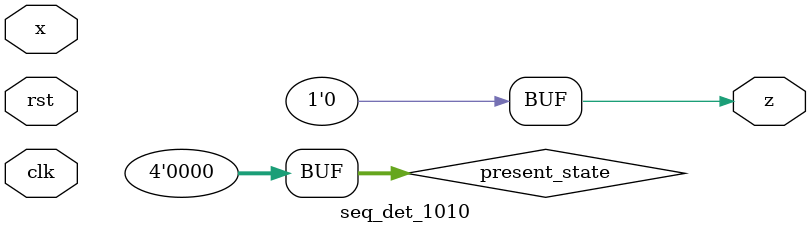
<source format=v>
module seq_det_1010(x,clk,rst,z);
input x,clk,rst;
output reg z;
parameter idle=4'h0;
parameter          case1=4'h1;
parameter          case2=4'h2;
parameter          case3=4'h3;
parameter          case4=4'h4;
reg [3:0]present_state,next_state;

always@(posedge clk)
begin
    if(rst)
        present_state<=idle;
    else
        present_state<=next_state;
end

always@(*)
begin
    present_state = idle;
    case(present_state)
        idle : begin
            if(x==1)
                next_state = case1;
            else
                next_state = idle;
        end
        case1 : begin
            if(x==1)
                next_state = case1;
            else
                next_state = case2;
        end
        case2: begin
            if(x==1)
                next_state = case3;
            else
                next_state = idle;
        end
        case3 : begin
            if(x==1)
                next_state = case1;
            else
                next_state = case4;
        end
        case4 : begin
            if(x==1)
                next_state = case1;
            else
                next_state = idle;
        end
        default : next_state = idle;
    endcase
    end

always@(present_state)
begin
    case(present_state)
        idle:z = 1'b0;
        case1:z =1'b0;
        case2:z =1'b0;
        case3:z =1'b0;
        case4:z =1'b1;
        default : z =1'b0;
    endcase
end
endmodule





</source>
